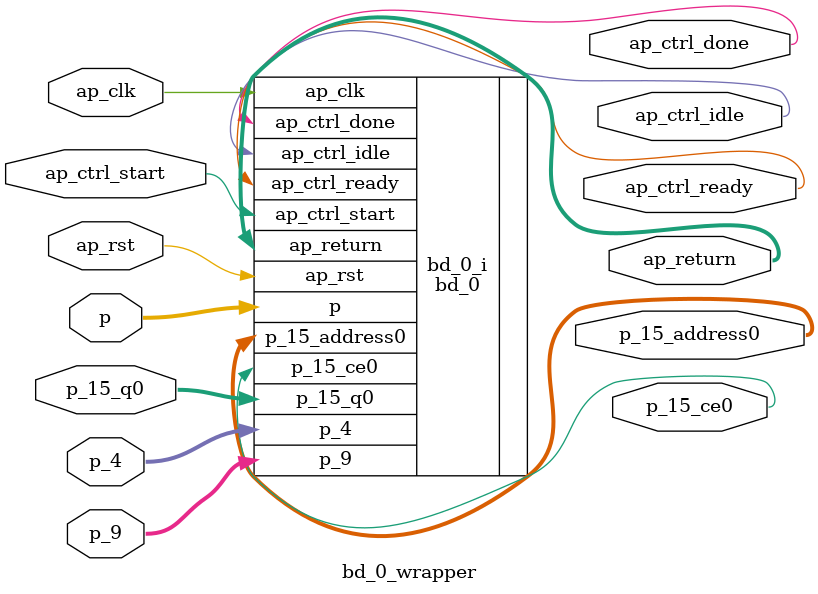
<source format=v>
`timescale 1 ps / 1 ps

module bd_0_wrapper
   (ap_clk,
    ap_ctrl_done,
    ap_ctrl_idle,
    ap_ctrl_ready,
    ap_ctrl_start,
    ap_return,
    ap_rst,
    p,
    p_15_address0,
    p_15_ce0,
    p_15_q0,
    p_4,
    p_9);
  input ap_clk;
  output ap_ctrl_done;
  output ap_ctrl_idle;
  output ap_ctrl_ready;
  input ap_ctrl_start;
  output [63:0]ap_return;
  input ap_rst;
  input [63:0]p;
  output [3:0]p_15_address0;
  output p_15_ce0;
  input [15:0]p_15_q0;
  input [31:0]p_4;
  input [63:0]p_9;

  wire ap_clk;
  wire ap_ctrl_done;
  wire ap_ctrl_idle;
  wire ap_ctrl_ready;
  wire ap_ctrl_start;
  wire [63:0]ap_return;
  wire ap_rst;
  wire [63:0]p;
  wire [3:0]p_15_address0;
  wire p_15_ce0;
  wire [15:0]p_15_q0;
  wire [31:0]p_4;
  wire [63:0]p_9;

  bd_0 bd_0_i
       (.ap_clk(ap_clk),
        .ap_ctrl_done(ap_ctrl_done),
        .ap_ctrl_idle(ap_ctrl_idle),
        .ap_ctrl_ready(ap_ctrl_ready),
        .ap_ctrl_start(ap_ctrl_start),
        .ap_return(ap_return),
        .ap_rst(ap_rst),
        .p(p),
        .p_15_address0(p_15_address0),
        .p_15_ce0(p_15_ce0),
        .p_15_q0(p_15_q0),
        .p_4(p_4),
        .p_9(p_9));
endmodule

</source>
